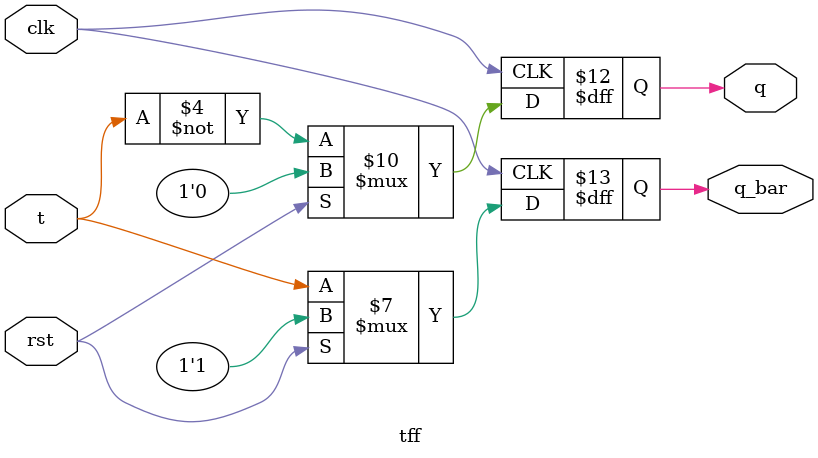
<source format=v>
module tff(t, clk, rst, q, q_bar); 
  input wire t;
  input wire clk;
  input wire rst;
  output reg q, q_bar;
  always@(posedge clk) begin
    if(rst == 1) begin
      q = 0;
      q_bar = ~q;
    end
    else begin
      q = ~t;
      q_bar = ~q;
    end
   $monitor("Reset = %0d; t = %0b; q = %0b; q_bar = %0b", rst, t, q, q_bar);
  end
endmodule

</source>
